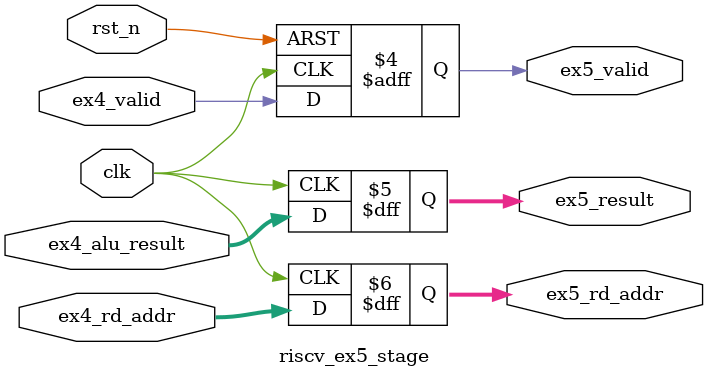
<source format=sv>

module riscv_ex5_stage (
    input  logic        clk,
    input  logic        rst_n,
    input  logic [31:0] ex4_alu_result,    // NO RESET - Data path
    input  logic [4:0]  ex4_rd_addr,       // NO RESET - Data path
    input  logic        ex4_valid,
    output logic [31:0] ex5_result,        // NO RESET - Data path
    output logic [4:0]  ex5_rd_addr,       // NO RESET - Data path
    output logic        ex5_valid          // WITH RESET - Control path
);

//==============================================================================
// Pipeline Registers - Data Path (NO RESET)
//==============================================================================
    always_ff @(posedge clk) begin
        ex5_result  <= ex4_alu_result;
        ex5_rd_addr <= ex4_rd_addr;
    end

//==============================================================================
// Pipeline Registers - Control Path (WITH RESET)
//==============================================================================
    always_ff @(posedge clk or negedge rst_n) begin
        if (!rst_n)
            ex5_valid <= 1'b0;
        else
            ex5_valid <= ex4_valid;
    end

endmodule

</source>
